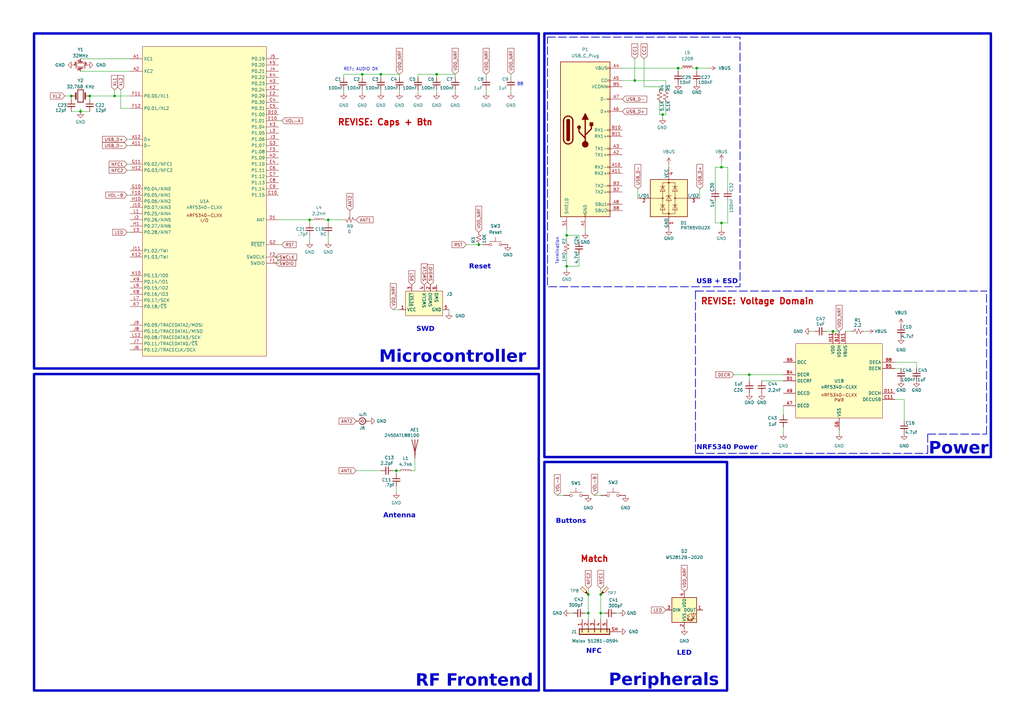
<source format=kicad_sch>
(kicad_sch (version 20250114) (generator "eeschema") (generator_version "9.0")
  (paper "A3")
  (rectangle (start 223.266 189.484) (end 298.196 283.21) (stroke (width 1)))
  (rectangle (start 223.266 13.716) (end 406.4 187.452) (stroke (width 1)))
  (rectangle (start 224.536 15.24) (end 303.53 117.602) (stroke (width 0.3) (type dash)))
  (rectangle (start 13.97 153.416) (end 220.98 283.21) (stroke (width 1)))
  (rectangle (start 13.97 13.716) (end 220.98 151.13) (stroke (width 1)))
  (text "REVISE: Caps + Btn" (at 157.988 50.292 0) (effects (font (size 2.54 2.54) (thickness 0.508) (bold yes))))
  (text "NRF5340 Power" (at 298.196 184.15 0) (effects (font (size 2 2) (thickness 0.508) (bold yes))))
  (text "SWD" (at 174.498 135.636 0) (effects (font (size 2 2) (thickness 0.508) (bold yes))))
  (text "Buttons" (at 234.188 214.376 0) (effects (font (size 2 2) (thickness 0.508) (bold yes))))
  (text "Power" (at 393.192 185.42 0) (effects (font (size 5 5) (thickness 0.508) (bold yes))))
  (text "REVISE: Voltage Domain" (at 310.642 123.698 0) (effects (font (size 2.54 2.54) (thickness 0.508) (bold yes))))
  (text "Match" (at 243.84 229.362 0) (effects (font (size 2.54 2.54) (thickness 0.508) (bold yes))))
  (text "Reset" (at 196.85 109.982 0) (effects (font (size 2 2) (thickness 0.508) (bold yes))))
  (text "USB + ESD" (at 294.132 116.078 0) (effects (font (size 2 2) (thickness 0.508) (bold yes))))
  (text "B8" (at 213.36 34.544 0) (effects (font (size 1.27 1.27))))
  (text "RF Frontend" (at 194.564 280.67 0) (effects (font (size 5 5) (thickness 0.508) (bold yes))))
  (text "Termination" (at 228.6 102.87 90) (effects (font (size 1.27 1.27))))
  (text "Peripherals" (at 272.288 280.416 0) (effects (font (size 5 5) (thickness 0.508) (bold yes))))
  (text "LED" (at 280.67 268.478 0) (effects (font (size 2 2) (thickness 0.508) (bold yes))))
  (text "Microcontroller" (at 185.674 147.828 0) (effects (font (size 5 5) (thickness 0.508) (bold yes))))
  (text "REF: AUDIO DK" (at 148.082 28.448 0) (effects (font (size 1.27 1.27))))
  (text "Antenna" (at 163.83 212.09 0) (effects (font (size 2 2) (thickness 0.508) (bold yes))))
  (text "NFC" (at 243.586 267.716 0) (effects (font (size 2 2) (thickness 0.508) (bold yes))))
  (junction (at 295.91 68.58))
  (junction (at 285.75 27.94))
  (junction (at 33.02 45.72))
  (junction (at 260.35 33.02))
  (junction (at 36.83 39.37))
  (junction (at 278.13 27.94))
  (junction (at 156.21 30.48))
  (junction (at 162.56 193.04))
  (junction (at 307.34 153.67))
  (junction (at 46.99 39.37))
  (junction (at 232.41 96.52))
  (junction (at 246.38 251.46))
  (junction (at 246.38 243.84))
  (junction (at 295.91 91.44))
  (junction (at 232.41 109.22))
  (junction (at 241.3 251.46))
  (junction (at 341.63 135.89))
  (junction (at 241.3 243.84))
  (junction (at 148.59 30.48))
  (junction (at 127 90.17))
  (junction (at 179.07 30.48))
  (junction (at 29.21 39.37))
  (junction (at 196.342 100.33))
  (junction (at 271.78 46.99))
  (junction (at 134.62 90.17))
  (no_connect (at -384.81 173.99))
  (wire (pts (xy 114.3 105.41) (xy 113.03 105.41)))
  (wire (pts (xy 298.45 68.58) (xy 298.45 77.47)))
  (wire (pts (xy 261.62 77.47) (xy 261.62 81.28)))
  (wire (pts (xy 128.27 90.17) (xy 127 90.17)))
  (wire (pts (xy 260.35 24.13) (xy 260.35 33.02)))
  (polyline (pts (xy 285.242 185.928) (xy 380.492 185.928)) (stroke (width 0.3) (type dash)))
  (wire (pts (xy 209.55 36.83) (xy 209.55 38.1)))
  (wire (pts (xy 246.38 241.3) (xy 246.38 243.84)))
  (wire (pts (xy 179.07 30.48) (xy 186.69 30.48)))
  (wire (pts (xy 232.41 93.98) (xy 232.41 96.52)))
  (wire (pts (xy 134.62 90.17) (xy 140.97 90.17)))
  (wire (pts (xy 273.05 33.02) (xy 273.05 36.83)))
  (wire (pts (xy 260.35 33.02) (xy 273.05 33.02)))
  (wire (pts (xy 375.92 151.13) (xy 375.92 148.59)))
  (wire (pts (xy 26.543 39.37) (xy 29.21 39.37)))
  (wire (pts (xy 293.37 77.47) (xy 293.37 68.58)))
  (wire (pts (xy 171.45 38.1) (xy 171.45 36.83)))
  (wire (pts (xy 285.75 27.94) (xy 290.83 27.94)))
  (wire (pts (xy 247.65 251.46) (xy 246.38 251.46)))
  (wire (pts (xy 293.37 91.44) (xy 295.91 91.44)))
  (wire (pts (xy 191.262 100.33) (xy 196.342 100.33)))
  (polyline (pts (xy 404.622 178.054) (xy 404.622 119.38)) (stroke (width 0.3) (type dash)))
  (wire (pts (xy 134.62 90.17) (xy 134.62 91.44)))
  (wire (pts (xy 209.55 30.48) (xy 209.55 31.75)))
  (wire (pts (xy 33.02 45.72) (xy 33.02 44.45)))
  (wire (pts (xy 300.99 153.67) (xy 307.34 153.67)))
  (wire (pts (xy 115.57 49.53) (xy 114.3 49.53)))
  (wire (pts (xy 199.39 31.75) (xy 199.39 30.48)))
  (wire (pts (xy 140.97 30.48) (xy 140.97 31.75)))
  (wire (pts (xy 270.51 46.99) (xy 270.51 41.91)))
  (wire (pts (xy 163.83 193.04) (xy 162.56 193.04)))
  (wire (pts (xy 162.56 201.93) (xy 162.56 199.39)))
  (wire (pts (xy 134.62 96.52) (xy 134.62 99.06)))
  (wire (pts (xy 36.83 40.64) (xy 36.83 39.37)))
  (wire (pts (xy 33.02 29.21) (xy 53.34 29.21)))
  (wire (pts (xy 237.49 109.22) (xy 232.41 109.22)))
  (wire (pts (xy 163.83 38.1) (xy 163.83 36.83)))
  (polyline (pts (xy 285.242 119.38) (xy 404.622 119.38)) (stroke (width 0.3) (type dash)))
  (wire (pts (xy 240.03 93.98) (xy 240.03 95.25)))
  (wire (pts (xy 162.56 194.31) (xy 162.56 193.04)))
  (wire (pts (xy 255.27 27.94) (xy 278.13 27.94)))
  (wire (pts (xy 271.78 46.99) (xy 270.51 46.99)))
  (wire (pts (xy 53.34 39.37) (xy 46.99 39.37)))
  (wire (pts (xy 53.34 69.85) (xy 52.07 69.85)))
  (wire (pts (xy 307.34 153.67) (xy 321.31 153.67)))
  (wire (pts (xy 162.56 193.04) (xy 161.29 193.04)))
  (wire (pts (xy 278.13 27.94) (xy 279.4 27.94)))
  (wire (pts (xy 161.29 127) (xy 163.83 127)))
  (wire (pts (xy 133.35 90.17) (xy 134.62 90.17)))
  (wire (pts (xy 355.6 135.89) (xy 354.33 135.89)))
  (wire (pts (xy 199.39 38.1) (xy 199.39 36.83)))
  (wire (pts (xy 295.91 68.58) (xy 298.45 68.58)))
  (wire (pts (xy 273.05 41.91) (xy 273.05 46.99)))
  (wire (pts (xy 49.53 44.45) (xy 53.34 44.45)))
  (wire (pts (xy 184.15 128.27) (xy 184.15 127)))
  (wire (pts (xy 53.34 59.69) (xy 52.07 59.69)))
  (wire (pts (xy 341.63 135.89) (xy 344.17 135.89)))
  (wire (pts (xy 114.3 90.17) (xy 127 90.17)))
  (wire (pts (xy 264.16 24.13) (xy 264.16 35.56)))
  (wire (pts (xy 53.34 80.01) (xy 52.07 80.01)))
  (wire (pts (xy 321.31 177.8) (xy 321.31 175.26)))
  (wire (pts (xy 233.68 251.46) (xy 234.95 251.46)))
  (wire (pts (xy 293.37 82.55) (xy 293.37 91.44)))
  (wire (pts (xy 246.38 251.46) (xy 246.38 254)))
  (wire (pts (xy 312.42 156.21) (xy 321.31 156.21)))
  (wire (pts (xy 241.3 251.46) (xy 241.3 254)))
  (wire (pts (xy 156.21 30.48) (xy 156.21 31.75)))
  (wire (pts (xy 295.91 93.98) (xy 295.91 91.44)))
  (wire (pts (xy 332.74 135.89) (xy 334.01 135.89)))
  (wire (pts (xy 293.37 68.58) (xy 295.91 68.58)))
  (wire (pts (xy 243.84 203.2) (xy 246.38 203.2)))
  (wire (pts (xy 53.34 95.25) (xy 52.07 95.25)))
  (polyline (pts (xy 380.492 185.928) (xy 380.492 178.054)) (stroke (width 0.3) (type dash)))
  (wire (pts (xy 370.84 172.72) (xy 370.84 163.83)))
  (wire (pts (xy 232.41 99.06) (xy 232.41 96.52)))
  (wire (pts (xy 367.03 148.59) (xy 375.92 148.59)))
  (wire (pts (xy 241.3 243.84) (xy 241.3 251.46)))
  (wire (pts (xy 278.13 29.21) (xy 278.13 27.94)))
  (wire (pts (xy 171.45 30.48) (xy 171.45 31.75)))
  (polyline (pts (xy 380.492 178.054) (xy 404.622 178.054)) (stroke (width 0.3) (type dash)))
  (wire (pts (xy 179.07 38.1) (xy 179.07 36.83)))
  (wire (pts (xy 270.51 35.56) (xy 270.51 36.83)))
  (wire (pts (xy 146.05 193.04) (xy 156.21 193.04)))
  (wire (pts (xy 140.97 30.48) (xy 148.59 30.48)))
  (wire (pts (xy 264.16 35.56) (xy 270.51 35.56)))
  (wire (pts (xy 237.49 96.52) (xy 232.41 96.52)))
  (wire (pts (xy 237.49 109.22) (xy 237.49 104.14)))
  (wire (pts (xy 46.99 39.37) (xy 36.83 39.37)))
  (wire (pts (xy 29.21 45.72) (xy 33.02 45.72)))
  (wire (pts (xy 115.57 100.33) (xy 114.3 100.33)))
  (wire (pts (xy 339.09 135.89) (xy 341.63 135.89)))
  (wire (pts (xy 273.05 46.99) (xy 271.78 46.99)))
  (wire (pts (xy 171.45 30.48) (xy 179.07 30.48)))
  (wire (pts (xy 246.38 243.84) (xy 246.38 251.46)))
  (wire (pts (xy 295.91 66.04) (xy 295.91 68.58)))
  (wire (pts (xy 298.45 91.44) (xy 295.91 91.44)))
  (wire (pts (xy 321.31 170.18) (xy 321.31 166.37)))
  (wire (pts (xy 228.6 203.2) (xy 231.14 203.2)))
  (wire (pts (xy 148.59 30.48) (xy 156.21 30.48)))
  (wire (pts (xy 285.75 27.94) (xy 285.75 29.21)))
  (wire (pts (xy 196.342 100.33) (xy 198.12 100.33)))
  (wire (pts (xy 271.78 48.26) (xy 271.78 46.99)))
  (wire (pts (xy 170.18 193.04) (xy 168.91 193.04)))
  (wire (pts (xy 298.45 82.55) (xy 298.45 91.44)))
  (wire (pts (xy 274.32 67.31) (xy 274.32 68.58)))
  (wire (pts (xy 170.18 187.96) (xy 170.18 193.04)))
  (wire (pts (xy 49.53 36.83) (xy 49.53 44.45)))
  (wire (pts (xy 148.59 30.48) (xy 148.59 31.75)))
  (wire (pts (xy 53.34 57.15) (xy 52.07 57.15)))
  (wire (pts (xy 307.34 153.67) (xy 307.34 156.21)))
  (wire (pts (xy 254 251.46) (xy 252.73 251.46)))
  (wire (pts (xy 53.34 67.31) (xy 52.07 67.31)))
  (wire (pts (xy 240.03 251.46) (xy 241.3 251.46)))
  (wire (pts (xy 156.21 30.48) (xy 163.83 30.48)))
  (wire (pts (xy 232.41 104.14) (xy 232.41 109.22)))
  (wire (pts (xy 114.3 107.95) (xy 113.03 107.95)))
  (wire (pts (xy 287.02 77.47) (xy 287.02 81.28)))
  (wire (pts (xy 284.48 27.94) (xy 285.75 27.94)))
  (wire (pts (xy 156.21 38.1) (xy 156.21 36.83)))
  (wire (pts (xy 349.25 135.89) (xy 346.71 135.89)))
  (polyline (pts (xy 285.242 119.38) (xy 285.242 185.928)) (stroke (width 0.3) (type dash)))
  (wire (pts (xy 186.69 38.1) (xy 186.69 36.83)))
  (wire (pts (xy 237.49 99.06) (xy 237.49 96.52)))
  (wire (pts (xy 127 99.06) (xy 127 96.52)))
  (wire (pts (xy 241.3 241.3) (xy 241.3 243.84)))
  (wire (pts (xy 46.99 36.83) (xy 46.99 39.37)))
  (wire (pts (xy 127 91.44) (xy 127 90.17)))
  (wire (pts (xy 33.02 45.72) (xy 36.83 45.72)))
  (wire (pts (xy 29.21 40.64) (xy 29.21 39.37)))
  (wire (pts (xy 33.02 24.13) (xy 53.34 24.13)))
  (wire (pts (xy 344.17 177.8) (xy 344.17 176.53)))
  (wire (pts (xy 186.69 30.48) (xy 186.69 31.75)))
  (wire (pts (xy 232.41 110.49) (xy 232.41 109.22)))
  (wire (pts (xy 255.27 33.02) (xy 260.35 33.02)))
  (wire (pts (xy 179.07 30.48) (xy 179.07 31.75)))
  (wire (pts (xy 148.59 38.1) (xy 148.59 36.83)))
  (wire (pts (xy 370.84 163.83) (xy 367.03 163.83)))
  (wire (pts (xy 163.83 30.48) (xy 163.83 31.75)))
  (wire (pts (xy 140.97 36.83) (xy 140.97 38.1)))
  (wire (pts (xy 367.03 151.13) (xy 369.57 151.13)))
  (global_label "VDD_NRF" (shape input) (at 163.83 30.48 90) (property "Intersheetrefs" "${INTERSHEET_REFS}" (effects (hide yes))))
  (global_label "VDD_NRF" (shape input) (at 209.55 30.48 90) (property "Intersheetrefs" "${INTERSHEET_REFS}" (effects (hide yes))))
  (global_label "VDD_NRF" (shape input) (at 344.17 135.89 90) (property "Intersheetrefs" "${INTERSHEET_REFS}" (effects (hide yes))))
  (global_label "VDD_NRF" (shape input) (at 199.39 30.48 90) (property "Intersheetrefs" "${INTERSHEET_REFS}" (effects (hide yes))))
  (global_label "SWCLK" (shape input) (at 173.99 116.84 90) (property "Intersheetrefs" "${INTERSHEET_REFS}" (effects (hide yes))))
  (global_label "USB_D-" (shape input) (at 261.62 77.47 90) (property "Intersheetrefs" "${INTERSHEET_REFS}" (effects (hide yes))))
  (global_label "VDD_NRF" (shape input) (at 280.67 242.57 90) (property "Intersheetrefs" "${INTERSHEET_REFS}" (effects (hide yes))))
  (global_label "VDD_NRF" (shape input) (at 161.29 127 90) (property "Intersheetrefs" "${INTERSHEET_REFS}" (effects (hide yes))))
  (global_label "USB_D+" (shape input) (at 52.07 57.15 180) (property "Intersheetrefs" "${INTERSHEET_REFS}" (effects (hide yes))))
  (global_label "VOL-B" (shape input) (at 243.84 203.2 90) (property "Intersheetrefs" "${INTERSHEET_REFS}" (effects (hide yes))))
  (global_label "NFC1" (shape input) (at 52.07 67.31 180) (property "Intersheetrefs" "${INTERSHEET_REFS}" (effects (hide yes))))
  (global_label "SWDIO" (shape input) (at 176.53 116.84 90) (property "Intersheetrefs" "${INTERSHEET_REFS}" (effects (hide yes))))
  (global_label "RST" (shape input) (at 168.91 116.84 90) (property "Intersheetrefs" "${INTERSHEET_REFS}" (effects (hide yes))))
  (global_label "ANT1" (shape input) (at 146.05 90.17 0) (property "Intersheetrefs" "${INTERSHEET_REFS}" (effects (hide yes))))
  (global_label "CC1" (shape input) (at 260.35 24.13 90) (property "Intersheetrefs" "${INTERSHEET_REFS}" (effects (hide yes))))
  (global_label "VOL-B" (shape input) (at 52.07 80.01 180) (property "Intersheetrefs" "${INTERSHEET_REFS}" (effects (hide yes))))
  (global_label "ANT1" (shape input) (at 146.05 193.04 180) (property "Intersheetrefs" "${INTERSHEET_REFS}" (effects (hide yes))))
  (global_label "XL2" (shape input) (at 49.53 36.83 90) (property "Intersheetrefs" "${INTERSHEET_REFS}" (effects (hide yes))))
  (global_label "LED" (shape input) (at 273.05 250.19 180) (property "Intersheetrefs" "${INTERSHEET_REFS}" (effects (hide yes))))
  (global_label "XL2" (shape input) (at 26.543 39.37 180) (property "Intersheetrefs" "${INTERSHEET_REFS}" (effects (hide yes))))
  (global_label "RST" (shape input) (at 115.57 100.33 0) (property "Intersheetrefs" "${INTERSHEET_REFS}" (effects (hide yes))))
  (global_label "SWCLK" (shape input) (at 113.03 105.41 0) (property "Intersheetrefs" "${INTERSHEET_REFS}" (effects (hide yes))))
  (global_label "VOL-A" (shape input) (at 228.6 203.2 90) (property "Intersheetrefs" "${INTERSHEET_REFS}" (effects (hide yes))))
  (global_label "CC2" (shape input) (at 264.16 24.13 90) (property "Intersheetrefs" "${INTERSHEET_REFS}" (effects (hide yes))))
  (global_label "NFC1" (shape input) (at 246.38 241.3 90) (property "Intersheetrefs" "${INTERSHEET_REFS}" (effects (hide yes))))
  (global_label "VDD_NRF" (shape input) (at 196.342 95.25 90) (property "Intersheetrefs" "${INTERSHEET_REFS}" (effects (hide yes))))
  (global_label "USB_D-" (shape input) (at 255.27 40.64 0) (property "Intersheetrefs" "${INTERSHEET_REFS}" (effects (hide yes))))
  (global_label "USB_D+" (shape input) (at 255.27 45.72 0) (property "Intersheetrefs" "${INTERSHEET_REFS}" (effects (hide yes))))
  (global_label "NFC2" (shape input) (at 241.3 241.3 90) (property "Intersheetrefs" "${INTERSHEET_REFS}" (effects (hide yes))))
  (global_label "RST" (shape input) (at 191.262 100.33 180) (property "Intersheetrefs" "${INTERSHEET_REFS}" (effects (hide yes))))
  (global_label "VDD_NRF" (shape input) (at 186.69 30.48 90) (property "Intersheetrefs" "${INTERSHEET_REFS}" (effects (hide yes))))
  (global_label "XL1" (shape input) (at 46.99 36.83 90) (property "Intersheetrefs" "${INTERSHEET_REFS}" (effects (hide yes))))
  (global_label "NFC2" (shape input) (at 52.07 69.85 180) (property "Intersheetrefs" "${INTERSHEET_REFS}" (effects (hide yes))))
  (global_label "SWDIO" (shape input) (at 113.03 107.95 0) (property "Intersheetrefs" "${INTERSHEET_REFS}" (effects (hide yes))))
  (global_label "VOL-A" (shape input) (at 115.57 49.53 0) (property "Intersheetrefs" "${INTERSHEET_REFS}" (effects (hide yes))))
  (global_label "USB_D-" (shape input) (at 52.07 59.69 180) (property "Intersheetrefs" "${INTERSHEET_REFS}" (effects (hide yes))))
  (global_label "LED" (shape input) (at 52.07 95.25 180) (property "Intersheetrefs" "${INTERSHEET_REFS}" (effects (hide yes))))
  (global_label "USB_D+" (shape input) (at 287.02 77.47 90) (property "Intersheetrefs" "${INTERSHEET_REFS}" (effects (hide yes))))
  (global_label "DECR" (shape input) (at 300.99 153.67 180) (property "Intersheetrefs" "${INTERSHEET_REFS}" (effects (hide yes))))
  (global_label "ANT2" (shape input) (at 146.05 172.72 180) (property "Intersheetrefs" "${INTERSHEET_REFS}" (effects (hide yes))))
  (global_label "ANT2" (shape input) (at 143.51 86.36 90) (property "Intersheetrefs" "${INTERSHEET_REFS}" (effects (hide yes))))
  (symbol (lib_id "Device:C_Small") (at 370.84 175.26 0) (unit 1)
    (property "Reference" "C16" (at 371.348 173.482 0) (effects (justify left)))
    (property "Value" "4.7uf" (at 371.094 177.292 0) (effects (justify left)))
    (property "Footprint" "Capacitor_SMD:C_0201_0603Metric" (effects (hide yes)))
    (property "Description" "Unpolarized capacitor, small symbol" (effects (hide yes)))
  )
  (symbol (lib_id "Device:C_Small") (at 307.34 158.75 180) (unit 1)
    (property "Reference" "C20" (at 304.8 160.0138 0) (effects (justify left)))
    (property "Value" "1uF" (at 304.8 157.4738 0) (effects (justify left)))
    (property "Footprint" "Capacitor_SMD:C_0402_1005Metric" (effects (hide yes)))
    (property "Description" "Unpolarized capacitor, small symbol" (effects (hide yes)))
  )
  (symbol (lib_id "Device:C_Small") (at 369.57 135.89 0) (unit 1)
    (property "Reference" "C10" (at 370.078 134.112 0) (effects (justify left)))
    (property "Value" "4.7uf" (at 369.57 137.922 0) (effects (justify left)))
    (property "Footprint" "Capacitor_SMD:C_0201_0603Metric" (effects (hide yes)))
    (property "Description" "Unpolarized capacitor, small symbol" (effects (hide yes)))
  )
  (symbol (lib_id "power:GND") (at 209.55 38.1 0) (unit 1)
    (property "Reference" "#PWR09" (effects (hide yes)))
    (property "Value" "GND" (at 209.55 43.18 0))
    (property "Description" "Power symbol creates a global label with name \"GND\" , ground" (effects (hide yes)))
  )
  (symbol (lib_id "power:GND") (at 156.21 38.1 0) (unit 1)
    (property "Reference" "#PWR03" (effects (hide yes)))
    (property "Value" "GND" (at 156.21 43.18 0))
    (property "Description" "Power symbol creates a global label with name \"GND\" , ground" (effects (hide yes)))
  )
  (symbol (lib_id "Device:C_Small") (at 336.55 135.89 90) (unit 1)
    (property "Reference" "C47" (at 336.55 130.81 90))
    (property "Value" "1uF" (at 336.55 132.842 90))
    (property "Footprint" "Capacitor_SMD:C_0402_1005Metric" (effects (hide yes)))
    (property "Description" "Unpolarized capacitor, small symbol" (effects (hide yes)))
  )
  (symbol (lib_id "Device:Crystal_GND24_Small") (at 33.02 26.67 270) (unit 1)
    (property "Reference" "Y1" (at 33.02 20.32 90))
    (property "Value" "32MHz" (at 33.02 22.86 90))
    (property "Footprint" "Crystal:Crystal_SMD_2016-4Pin_2.0x1.6mm" (effects (hide yes)))
    (property "Description" "Four pin crystal, GND on pins 2 and 4, small symbol" (effects (hide yes)))
  )
  (symbol (lib_id "power:GND") (at 33.02 45.72 0) (mirror y) (unit 1)
    (property "Reference" "#PWR020" (effects (hide yes)))
    (property "Value" "GND" (at 33.02 50.038 0))
  )
  (symbol (lib_id "power:GND") (at 163.83 38.1 0) (unit 1)
    (property "Reference" "#PWR04" (effects (hide yes)))
    (property "Value" "GND" (at 163.83 43.18 0))
    (property "Description" "Power symbol creates a global label with name \"GND\" , ground" (effects (hide yes)))
  )
  (symbol (lib_id "power:GND") (at 369.57 138.43 0) (unit 1)
    (property "Reference" "#PWR014" (effects (hide yes)))
    (property "Value" "GND" (at 369.57 143.51 0))
    (property "Description" "Power symbol creates a global label with name \"GND\" , ground" (effects (hide yes)))
  )
  (symbol (lib_id "power:GND") (at 254 259.08 90) (unit 1)
    (property "Reference" "#PWR039" (effects (hide yes)))
    (property "Value" "GND" (at 257.81 259.0799 90) (effects (justify right)))
    (property "Description" "Power symbol creates a global label with name \"GND\" , ground" (effects (hide yes)))
  )
  (symbol (lib_id "Device:C_Small") (at 209.55 34.29 180) (unit 1)
    (property "Reference" "C9" (at 207.264 32.512 0))
    (property "Value" "1uF" (at 206.248 36.068 0))
    (property "Footprint" "Capacitor_SMD:C_0402_1005Metric" (effects (hide yes)))
    (property "Description" "Unpolarized capacitor, small symbol" (effects (hide yes)))
  )
  (symbol (lib_id "power:GND") (at 307.34 161.29 0) (unit 1)
    (property "Reference" "#PWR017" (effects (hide yes)))
    (property "Value" "GND" (at 307.34 165.1 0))
    (property "Description" "Power symbol creates a global label with name \"GND\" , ground" (effects (hide yes)))
  )
  (symbol (lib_id "Connector:USB_C_Plug") (at 240.03 53.34 0) (unit 1)
    (property "Reference" "P1" (at 240.03 20.32 0))
    (property "Value" "USB_C_Plug" (at 240.03 22.86 0))
    (property "Footprint" "Capacitor_SMD:C_0201_0603Metric" (effects (hide yes)))
    (property "Datasheet" "https://www.usb.org/sites/default/files/documents/usb_type-c.zip" (effects (hide yes)))
    (property "Description" "USB Type-C Plug connector" (effects (hide yes)))
  )
  (symbol (lib_id "power:GND") (at 186.69 38.1 0) (unit 1)
    (property "Reference" "#PWR07" (effects (hide yes)))
    (property "Value" "GND" (at 186.69 43.18 0))
    (property "Description" "Power symbol creates a global label with name \"GND\" , ground" (effects (hide yes)))
  )
  (symbol (lib_id "Switch:SW_Push") (at 203.2 100.33 0) (unit 1)
    (property "Reference" "SW3" (at 203.2 92.71 0))
    (property "Value" "Reset" (at 203.2 95.25 0))
    (property "Footprint" "Button_Switch_SMD:SW_SPST_B3U-1000P" (effects (hide yes)))
  )
  (symbol (lib_id "power:GND") (at 232.41 110.49 0) (unit 1)
    (property "Reference" "#PWR023" (effects (hide yes)))
    (property "Value" "GND" (at 232.41 114.554 0))
    (property "Description" "Power symbol creates a global label with name \"GND\" , ground" (effects (hide yes)))
  )
  (symbol (lib_id "power:GND") (at 274.32 93.98 0) (unit 1)
    (property "Reference" "#PWR036" (effects (hide yes)))
    (property "Value" "GND" (at 274.32 97.79 0))
    (property "Description" "Power symbol creates a global label with name \"GND\" , ground" (effects (hide yes)))
  )
  (symbol (lib_id "Device:C_Small") (at 250.19 251.46 270) (unit 1)
    (property "Reference" "C41" (at 249.682 246.126 90) (effects (justify left)))
    (property "Value" "300pF" (at 249.428 248.412 90) (effects (justify left)))
    (property "Footprint" "Capacitor_SMD:C_0201_0603Metric" (effects (hide yes)))
    (property "Description" "Unpolarized capacitor, small symbol" (effects (hide yes)))
  )
  (symbol (lib_id "Device:C_Small") (at 179.07 34.29 180) (unit 1)
    (property "Reference" "C6" (at 176.784 32.512 0))
    (property "Value" "100nF" (at 175.768 36.068 0))
    (property "Footprint" "Capacitor_SMD:C_0201_0603Metric" (effects (hide yes)))
    (property "Description" "Unpolarized capacitor, small symbol" (effects (hide yes)))
  )
  (symbol (lib_id "Connector:TestPoint_Probe") (at 241.3 243.84 0) (mirror y) (unit 1)
    (property "Reference" "TP8" (at 237.49 242.316 0) (effects (justify left)))
    (property "Value" "TestPoint_Probe" (effects (hide yes)))
    (property "Footprint" "TestPoint:TestPoint_Pad_D1.0mm" (effects (hide yes)))
    (property "Description" "test point (alternative probe-style design)" (effects (hide yes)))
  )
  (symbol (lib_id "Device:L_Small") (at 130.81 90.17 270) (mirror x) (unit 1)
    (property "Reference" "L4" (at 130.81 85.09 90))
    (property "Value" "2.2nH" (at 130.81 87.63 90))
    (property "Footprint" "Inductor_SMD:L_0201_0603Metric" (effects (hide yes)))
    (property "Description" "Inductor, small symbol" (effects (hide yes)))
  )
  (symbol (lib_id "Device:C_Small") (at 369.57 153.67 0) (unit 1)
    (property "Reference" "C46" (at 370.078 151.892 0) (effects (justify left)))
    (property "Value" "100nF" (at 369.57 155.702 0) (effects (justify left)))
    (property "Footprint" "Capacitor_SMD:C_0201_0603Metric" (effects (hide yes)))
    (property "Description" "Unpolarized capacitor, small symbol" (effects (hide yes)))
  )
  (symbol (lib_id "Device:R_Small_US") (at 270.51 39.37 0) (unit 1)
    (property "Reference" "R4" (at 271.526 36.068 90))
    (property "Value" "5.1K" (at 271.526 43.434 90))
    (property "Footprint" "Resistor_SMD:R_0201_0603Metric" (effects (hide yes)))
    (property "Description" "Resistor, small US symbol" (effects (hide yes)))
  )
  (symbol (lib_id "Device:R_Small_US") (at 351.79 135.89 90) (unit 1)
    (property "Reference" "R1" (at 351.79 131.318 90))
    (property "Value" "2.2" (at 351.79 133.35 90))
    (property "Footprint" "Resistor_SMD:R_0201_0603Metric" (effects (hide yes)))
    (property "Description" "Resistor, small US symbol" (effects (hide yes)))
  )
  (symbol (lib_id "Device:L_Ferrite_Small") (at 281.94 27.94 90) (unit 1)
    (property "Reference" "L5" (at 281.94 21.59 90))
    (property "Value" "120R" (at 281.94 24.13 90))
    (property "Footprint" "Inductor_SMD:L_0402_1005Metric" (effects (hide yes)))
    (property "Description" "Inductor with ferrite core, small symbol" (effects (hide yes)))
  )
  (symbol (lib_id "power:GND") (at 254 251.46 90) (unit 1)
    (property "Reference" "#PWR063" (effects (hide yes)))
    (property "Value" "GND" (at 259.08 251.46 90))
    (property "Description" "Power symbol creates a global label with name \"GND\" , ground" (effects (hide yes)))
  )
  (symbol (lib_id "Device:C_Small") (at 29.21 43.18 0) (mirror y) (unit 1)
    (property "Reference" "C23" (at 27.432 43.18 0) (effects (justify left)))
    (property "Value" "12pf" (at 27.178 45.212 0) (effects (justify left)))
    (property "Footprint" "Resistor_SMD:R_0201_0603Metric" (effects (hide yes)))
  )
  (symbol (lib_id "Device:C_Small") (at 321.31 172.72 0) (mirror y) (unit 1)
    (property "Reference" "C43" (at 318.77 171.4562 0) (effects (justify left)))
    (property "Value" "1uF" (at 318.77 173.9962 0) (effects (justify left)))
    (property "Footprint" "Capacitor_SMD:C_0402_1005Metric" (effects (hide yes)))
    (property "Description" "Unpolarized capacitor, small symbol" (effects (hide yes)))
  )
  (symbol (lib_id "power:GND") (at 344.17 177.8 0) (unit 1)
    (property "Reference" "#PWR070" (effects (hide yes)))
    (property "Value" "GND" (at 344.17 182.88 0))
    (property "Description" "Power symbol creates a global label with name \"GND\" , ground" (effects (hide yes)))
  )
  (symbol (lib_id "Device:R_Small_US") (at 273.05 39.37 0) (unit 1)
    (property "Reference" "R5" (at 274.066 36.068 90))
    (property "Value" "5.1K" (at 274.066 43.434 90))
    (property "Footprint" "Resistor_SMD:R_0201_0603Metric" (effects (hide yes)))
    (property "Description" "Resistor, small US symbol" (effects (hide yes)))
  )
  (symbol (lib_id "power:GND") (at 148.59 38.1 0) (unit 1)
    (property "Reference" "#PWR02" (effects (hide yes)))
    (property "Value" "GND" (at 148.59 43.18 0))
    (property "Description" "Power symbol creates a global label with name \"GND\" , ground" (effects (hide yes)))
  )
  (symbol (lib_id "power:GND") (at 162.56 201.93 0) (mirror y) (unit 1)
    (property "Reference" "#PWR065" (effects (hide yes)))
    (property "Value" "GND" (at 162.56 206.248 0))
    (property "Description" "Power symbol creates a global label with name \"GND\" , ground" (effects (hide yes)))
  )
  (symbol (lib_id "nordic-lib-kicad-nrf53:nRF5340-CLXX") (at 83.82 82.55 0) (unit 1)
    (property "Reference" "U1" (at 83.82 82.55 0))
    (property "Value" "nRF5340-CLXX" (at 83.82 85.09 0))
    (property "Footprint" "LyndLabs:NRF5340-4x4" (effects (hide yes)))
    (property "Datasheet" "https://docs-be.nordicsemi.com/bundle/ps_nrf5340/attach/nRF5340_PS_v1.5.pdf" (effects (hide yes)))
  )
  (symbol (lib_id "Connector:Conn_Coaxial_Small") (at 148.59 172.72 0) (unit 1)
    (property "Reference" "J6" (at 148.59 175.514 0))
    (property "Value" "u.fl" (at 148.844 169.926 0))
    (property "Footprint" "Connector_Coaxial:U.FL_Molex_MCRF_73412-0110_Vertical" (effects (hide yes)))
    (property "Description" "small coaxial connector (BNC, SMA, SMB, SMC, Cinch/RCA, LEMO, ...)" (effects (hide yes)))
  )
  (symbol (lib_id "Switch:SW_Push") (at 236.22 203.2 0) (unit 1)
    (property "Reference" "SW1" (at 236.22 198.12 0))
    (property "Value" "SW_Push" (effects (hide yes)))
    (property "Footprint" "Button_Switch_SMD:SW_SPST_EVQP7A" (effects (hide yes)))
    (property "Description" "Push button switch, generic, two pins" (effects (hide yes)))
  )
  (symbol (lib_id "Device:C_Small") (at 140.97 34.29 180) (unit 1)
    (property "Reference" "C1" (at 138.684 32.512 0))
    (property "Value" "100nF" (at 137.668 36.068 0))
    (property "Footprint" "Capacitor_SMD:C_0201_0603Metric" (effects (hide yes)))
    (property "Description" "Unpolarized capacitor, small symbol" (effects (hide yes)))
  )
  (symbol (lib_id "Device:C_Small") (at 186.69 34.29 180) (unit 1)
    (property "Reference" "C7" (at 184.404 32.512 0))
    (property "Value" "100nF" (at 183.388 36.068 0))
    (property "Footprint" "Capacitor_SMD:C_0201_0603Metric" (effects (hide yes)))
    (property "Description" "Unpolarized capacitor, small symbol" (effects (hide yes)))
  )
  (symbol (lib_id "power:GND") (at 280.67 257.81 0) (unit 1)
    (property "Reference" "#PWR075" (effects (hide yes)))
    (property "Value" "GND" (at 280.67 262.89 0))
    (property "Description" "Power symbol creates a global label with name \"GND\" , ground" (effects (hide yes)))
  )
  (symbol (lib_id "Connector:TestPoint_Probe") (at 246.38 243.84 270) (mirror x) (unit 1)
    (property "Reference" "TP7" (at 249.174 243.332 90) (effects (justify left)))
    (property "Value" "TestPoint_Probe" (effects (hide yes)))
    (property "Footprint" "TestPoint:TestPoint_Pad_D1.0mm" (effects (hide yes)))
    (property "Description" "test point (alternative probe-style design)" (effects (hide yes)))
  )
  (symbol (lib_id "power:GND") (at 35.56 26.67 90) (unit 1)
    (property "Reference" "#PWR010" (effects (hide yes)))
    (property "Value" "GND" (at 39.37 26.6699 90) (effects (justify right)))
    (property "Description" "Power symbol creates a global label with name \"GND\" , ground" (effects (hide yes)))
  )
  (symbol (lib_id "Device:C_Small") (at 285.75 31.75 0) (unit 1)
    (property "Reference" "C27" (at 287.528 31.75 0) (effects (justify left)))
    (property "Value" "100nF" (at 286.258 33.782 0) (effects (justify left)))
    (property "Footprint" "Capacitor_SMD:C_0402_1005Metric" (effects (hide yes)))
    (property "Description" "Unpolarized capacitor, small symbol" (effects (hide yes)))
  )
  (symbol (lib_id "power:GND") (at 375.92 156.21 0) (unit 1)
    (property "Reference" "#PWR074" (effects (hide yes)))
    (property "Value" "GND" (at 375.92 160.02 0))
    (property "Description" "Power symbol creates a global label with name \"GND\" , ground" (effects (hide yes)))
  )
  (symbol (lib_id "Connector:Conn_ARM_SWD_TagConnect_TC2030-NL") (at 173.99 124.46 90) (unit 1) (in_bom no)
    (property "Reference" "J3" (at 183.134 120.65 90) (effects (justify right)))
    (property "Value" "SWD" (effects (hide yes)))
    (property "Footprint" "Connector:Tag-Connect_TC2030-IDC-NL_2x03_P1.27mm_Vertical" (effects (hide yes)))
    (property "Datasheet" "https://www.tag-connect.com/wp-content/uploads/bsk-pdf-manager/TC2030-CTX_1.pdf" (effects (hide yes)))
    (property "Description" "Tag-Connect ARM Cortex SWD JTAG connector, 6 pin, no legs" (effects (hide yes)))
  )
  (symbol (lib_id "power:GND") (at 285.75 34.29 0) (unit 1)
    (property "Reference" "#PWR034" (effects (hide yes)))
    (property "Value" "GND" (at 285.75 37.846 0))
    (property "Description" "Power symbol creates a global label with name \"GND\" , ground" (effects (hide yes)))
  )
  (symbol (lib_id "Device:C_Small") (at 237.49 251.46 270) (mirror x) (unit 1)
    (property "Reference" "C42" (at 235.458 245.872 90) (effects (justify left)))
    (property "Value" "300pF" (at 233.172 248.158 90) (effects (justify left)))
    (property "Footprint" "Capacitor_SMD:C_0201_0603Metric" (effects (hide yes)))
    (property "Description" "Unpolarized capacitor, small symbol" (effects (hide yes)))
  )
  (symbol (lib_id "power:GND") (at 332.74 135.89 270) (unit 1)
    (property "Reference" "#PWR073" (effects (hide yes)))
    (property "Value" "GND" (at 329.438 135.89 90) (effects (justify right)))
    (property "Description" "Power symbol creates a global label with name \"GND\" , ground" (effects (hide yes)))
  )
  (symbol (lib_id "power:GND") (at 241.3 203.2 0) (unit 1)
    (property "Reference" "#PWR021" (effects (hide yes)))
    (property "Value" "GND" (at 241.3 208.28 0))
    (property "Description" "Power symbol creates a global label with name \"GND\" , ground" (effects (hide yes)))
  )
  (symbol (lib_id "Device:L_Small") (at 166.37 193.04 270) (mirror x) (unit 1)
    (property "Reference" "L1" (at 166.37 187.96 90))
    (property "Value" "4.7nh" (at 166.37 190.5 90))
    (property "Footprint" "Inductor_SMD:L_0201_0603Metric" (effects (hide yes)))
    (property "Description" "Inductor, small symbol" (effects (hide yes)))
  )
  (symbol (lib_id "Device:C_Small") (at 199.39 34.29 180) (unit 1)
    (property "Reference" "C8" (at 197.104 32.512 0))
    (property "Value" "1uF" (at 196.088 36.068 0))
    (property "Footprint" "Capacitor_SMD:C_0402_1005Metric" (effects (hide yes)))
    (property "Description" "Unpolarized capacitor, small symbol" (effects (hide yes)))
  )
  (symbol (lib_id "power:VBUS") (at 295.91 66.04 0) (mirror y) (unit 1)
    (property "Reference" "#PWR076" (effects (hide yes)))
    (property "Value" "VBUS" (at 295.91 62.23 0))
    (property "Description" "Power symbol creates a global label with name \"VBUS\"" (effects (hide yes)))
  )
  (symbol (lib_id "Device:C_Small") (at 312.42 158.75 0) (unit 1)
    (property "Reference" "C44" (at 314.96 157.4862 0) (effects (justify left)))
    (property "Value" "2.2nF" (at 314.96 160.0262 0) (effects (justify left)))
    (property "Footprint" "Capacitor_SMD:C_0201_0603Metric" (effects (hide yes)))
    (property "Description" "Unpolarized capacitor, small symbol" (effects (hide yes)))
  )
  (symbol (lib_id "Device:C_Small") (at 293.37 80.01 0) (mirror y) (unit 1)
    (property "Reference" "C30" (at 292.1 78.74 90) (effects (justify left)))
    (property "Value" "1uF" (at 292.1 85.09 90) (effects (justify left)))
    (property "Footprint" "Capacitor_SMD:C_0402_1005Metric" (effects (hide yes)))
    (property "Description" "Unpolarized capacitor, small symbol" (effects (hide yes)))
  )
  (symbol (lib_id "power:VBUS") (at 290.83 27.94 270) (unit 1)
    (property "Reference" "#PWR037" (effects (hide yes)))
    (property "Value" "VBUS" (at 294.64 27.9399 90) (effects (justify left)))
    (property "Description" "Power symbol creates a global label with name \"VBUS\"" (effects (hide yes)))
  )
  (symbol (lib_id "power:GND") (at 271.78 48.26 0) (unit 1)
    (property "Reference" "#PWR030" (effects (hide yes)))
    (property "Value" "GND" (at 273.558 52.324 0) (effects (justify right)))
    (property "Description" "Power symbol creates a global label with name \"GND\" , ground" (effects (hide yes)))
  )
  (symbol (lib_id "Switch:SW_Push") (at 251.46 203.2 0) (unit 1)
    (property "Reference" "SW2" (at 251.46 197.866 0))
    (property "Value" "SW_Push" (effects (hide yes)))
    (property "Footprint" "Button_Switch_SMD:SW_SPST_EVQP7A" (effects (hide yes)))
    (property "Description" "Push button switch, generic, two pins" (effects (hide yes)))
  )
  (symbol (lib_id "power:GND") (at 369.57 156.21 0) (unit 1)
    (property "Reference" "#PWR072" (effects (hide yes)))
    (property "Value" "GND" (at 369.57 160.02 0))
    (property "Description" "Power symbol creates a global label with name \"GND\" , ground" (effects (hide yes)))
  )
  (symbol (lib_id "Device:C_Small") (at 278.13 31.75 0) (unit 1)
    (property "Reference" "C25" (at 279.654 31.75 0) (effects (justify left)))
    (property "Value" "10nF" (at 278.638 33.782 0) (effects (justify left)))
    (property "Footprint" "Capacitor_SMD:C_0402_1005Metric" (effects (hide yes)))
    (property "Description" "Unpolarized capacitor, small symbol" (effects (hide yes)))
  )
  (symbol (lib_id "Device:C_Small") (at 36.83 43.18 0) (mirror y) (unit 1)
    (property "Reference" "C22" (at 42.926 43.18 0) (effects (justify left)))
    (property "Value" "12pf" (at 43.561 45.212 0) (effects (justify left)))
    (property "Footprint" "Resistor_SMD:R_0201_0603Metric" (effects (hide yes)))
  )
  (symbol (lib_id "power:GND") (at 151.13 172.72 90) (unit 1)
    (property "Reference" "#PWR067" (effects (hide yes)))
    (property "Value" "GND" (at 156.464 172.72 90))
    (property "Description" "Power symbol creates a global label with name \"GND\" , ground" (effects (hide yes)))
  )
  (symbol (lib_id "Device:C_Small") (at 171.45 34.29 180) (unit 1)
    (property "Reference" "C5" (at 169.164 32.512 0))
    (property "Value" "100nF" (at 168.148 36.068 0))
    (property "Footprint" "Capacitor_SMD:C_0201_0603Metric" (effects (hide yes)))
    (property "Description" "Unpolarized capacitor, small symbol" (effects (hide yes)))
  )
  (symbol (lib_id "power:GND") (at 171.45 38.1 0) (unit 1)
    (property "Reference" "#PWR05" (effects (hide yes)))
    (property "Value" "GND" (at 171.45 43.18 0))
    (property "Description" "Power symbol creates a global label with name \"GND\" , ground" (effects (hide yes)))
  )
  (symbol (lib_id "power:GND") (at 140.97 38.1 0) (unit 1)
    (property "Reference" "#PWR01" (effects (hide yes)))
    (property "Value" "GND" (at 140.97 43.18 0))
    (property "Description" "Power symbol creates a global label with name \"GND\" , ground" (effects (hide yes)))
  )
  (symbol (lib_id "power:GND") (at 208.28 100.33 0) (unit 1)
    (property "Reference" "#PWR028" (effects (hide yes)))
    (property "Value" "GND" (at 208.28 104.521 0))
  )
  (symbol (lib_id "Device:C_Small") (at 158.75 193.04 270) (mirror x) (unit 1)
    (property "Reference" "C13" (at 157.734 187.706 90) (effects (justify left)))
    (property "Value" "2.2pF" (at 155.956 189.992 90) (effects (justify left)))
    (property "Footprint" "Capacitor_SMD:C_0201_0603Metric" (effects (hide yes)))
    (property "Description" "Unpolarized capacitor, small symbol" (effects (hide yes)))
  )
  (symbol (lib_id "power:GND") (at 321.31 177.8 0) (unit 1)
    (property "Reference" "#PWR069" (effects (hide yes)))
    (property "Value" "GND" (at 321.31 182.88 0))
    (property "Description" "Power symbol creates a global label with name \"GND\" , ground" (effects (hide yes)))
  )
  (symbol (lib_id "power:GND") (at 312.42 161.29 0) (unit 1)
    (property "Reference" "#PWR071" (effects (hide yes)))
    (property "Value" "GND" (at 312.42 165.1 0))
    (property "Description" "Power symbol creates a global label with name \"GND\" , ground" (effects (hide yes)))
  )
  (symbol (lib_id "Device:C_Small") (at 162.56 196.85 0) (mirror y) (unit 1)
    (property "Reference" "C11" (at 160.528 196.85 0) (effects (justify left)))
    (property "Value" ".7pF" (at 162.052 198.882 0) (effects (justify left)))
    (property "Footprint" "Capacitor_SMD:C_0201_0603Metric" (effects (hide yes)))
    (property "Description" "Unpolarized capacitor, small symbol" (effects (hide yes)))
  )
  (symbol (lib_id "Device:Crystal") (at 33.02 39.37 0) (mirror y) (unit 1)
    (property "Reference" "Y2" (at 33.02 33.02 0))
    (property "Value" "32.768 KHz" (at 33.02 35.56 0))
    (property "Footprint" "Crystal:Crystal_SMD_TXC_9HT11-2Pin_2.0x1.2mm" (effects (hide yes)))
  )
  (symbol (lib_id "Device:C_Small") (at 156.21 34.29 180) (unit 1)
    (property "Reference" "C3" (at 153.924 32.512 0))
    (property "Value" "100nF" (at 152.908 36.068 0))
    (property "Footprint" "Capacitor_SMD:C_0201_0603Metric" (effects (hide yes)))
    (property "Description" "Unpolarized capacitor, small symbol" (effects (hide yes)))
  )
  (symbol (lib_id "power:VBUS") (at 274.32 67.31 0) (mirror y) (unit 1)
    (property "Reference" "#PWR035" (effects (hide yes)))
    (property "Value" "VBUS" (at 274.32 62.23 0))
    (property "Description" "Power symbol creates a global label with name \"VBUS\"" (effects (hide yes)))
  )
  (symbol (lib_id "Device:Antenna") (at 170.18 182.88 0) (unit 1)
    (property "Reference" "AE1" (at 168.275 176.276 0) (effects (justify left)))
    (property "Value" "2450AT18B100" (at 157.607 178.562 0) (effects (justify left)))
    (property "Footprint" "LyndLabs:2450AT18B100" (effects (hide yes)))
    (property "Description" "Antenna" (effects (hide yes)))
  )
  (symbol (lib_id "power:GND") (at 278.13 34.29 0) (unit 1)
    (property "Reference" "#PWR031" (effects (hide yes)))
    (property "Value" "GND" (at 278.13 37.846 0))
    (property "Description" "Power symbol creates a global label with name \"GND\" , ground" (effects (hide yes)))
  )
  (symbol (lib_id "Device:C_Small") (at 127 93.98 0) (mirror y) (unit 1)
    (property "Reference" "C21" (at 125.222 93.98 0) (effects (justify left)))
    (property "Value" ".7pF" (at 126.492 96.012 0) (effects (justify left)))
    (property "Footprint" "Resistor_SMD:R_0201_0603Metric" (effects (hide yes)))
    (property "Description" "Unpolarized capacitor, small symbol" (effects (hide yes)))
  )
  (symbol (lib_id "Device:R_Small_US") (at 196.342 97.79 180) (unit 1)
    (property "Reference" "R3" (at 194.183 99.822 90) (effects (justify right)))
    (property "Value" "10K" (at 198.628 99.822 90) (effects (justify right)))
    (property "Footprint" "Resistor_SMD:R_0201_0603Metric" (effects (hide yes)))
  )
  (symbol (lib_id "Device:C_Small") (at 237.49 101.6 0) (mirror y) (unit 1)
    (property "Reference" "C24" (at 236.474 100.584 90) (effects (justify left)))
    (property "Value" "4.7nF" (at 236.474 108.204 90) (effects (justify left)))
    (property "Footprint" "Capacitor_SMD:C_0402_1005Metric" (effects (hide yes)))
    (property "Description" "Unpolarized capacitor, small symbol" (effects (hide yes)))
  )
  (symbol (lib_id "Device:C_Small") (at 163.83 34.29 180) (unit 1)
    (property "Reference" "C4" (at 161.544 32.512 0))
    (property "Value" "100nF" (at 160.528 36.068 0))
    (property "Footprint" "Capacitor_SMD:C_0201_0603Metric" (effects (hide yes)))
    (property "Description" "Unpolarized capacitor, small symbol" (effects (hide yes)))
  )
  (symbol (lib_id "Power_Protection:PRTR5V0U2X") (at 274.32 81.28 0) (unit 1)
    (property "Reference" "D1" (at 280.416 91.44 0))
    (property "Value" "PRTR5V0U2X" (at 285.242 93.472 0))
    (property "Footprint" "Package_TO_SOT_SMD:SOT-143" (effects (hide yes)))
    (property "Datasheet" "https://assets.nexperia.com/documents/data-sheet/PRTR5V0U2X.pdf" (effects (hide yes)))
    (property "Description" "Ultra low capacitance double rail-to-rail ESD protection diode, SOT-143" (effects (hide yes)))
  )
  (symbol (lib_id "power:GND") (at 179.07 38.1 0) (unit 1)
    (property "Reference" "#PWR06" (effects (hide yes)))
    (property "Value" "GND" (at 179.07 43.18 0))
    (property "Description" "Power symbol creates a global label with name \"GND\" , ground" (effects (hide yes)))
  )
  (symbol (lib_id "Device:C_Small") (at 148.59 34.29 180) (unit 1)
    (property "Reference" "C2" (at 146.304 32.512 0))
    (property "Value" "100nF" (at 145.288 36.068 0))
    (property "Footprint" "Capacitor_SMD:C_0201_0603Metric" (effects (hide yes)))
    (property "Description" "Unpolarized capacitor, small symbol" (effects (hide yes)))
  )
  (symbol (lib_id "power:GND") (at 256.54 203.2 0) (unit 1)
    (property "Reference" "#PWR022" (effects (hide yes)))
    (property "Value" "GND" (at 256.54 208.28 0))
    (property "Description" "Power symbol creates a global label with name \"GND\" , ground" (effects (hide yes)))
  )
  (symbol (lib_id "Connector_Generic_Shielded:Conn_01x05_Shielded") (at 243.84 259.08 90) (mirror x) (unit 1)
    (property "Reference" "J1" (at 235.458 259.08 90))
    (property "Value" "Molex 51281-0594" (at 244.094 262.89 90))
    (property "Footprint" "LyndLabs:MOLEX_51281-0594" (effects (hide yes)))
    (property "Description" "Generic shielded connector, single row, 01x05, script generated (kicad-library-utils/schlib/autogen/connector/)" (effects (hide yes)))
  )
  (symbol (lib_name "R_Small_US_1") (lib_id "Device:R_Small_US") (at 143.51 90.17 90) (mirror x) (unit 1)
    (property "Reference" "R9" (at 144.907 92.8369 90) (effects (justify left)))
    (property "Value" "0" (at 144.018 94.996 90) (effects (justify left)))
    (property "Footprint" "Resistor_SMD:R_0201_0603Metric" (effects (hide yes)))
    (property "Description" "Resistor, small US symbol" (effects (hide yes)))
  )
  (symbol (lib_id "Device:C_Small") (at 298.45 80.01 0) (unit 1)
    (property "Reference" "C32" (at 299.974 78.74 90) (effects (justify left)))
    (property "Value" "100nF" (at 299.974 87.376 90) (effects (justify left)))
    (property "Footprint" "Capacitor_SMD:C_0201_0603Metric" (effects (hide yes)))
    (property "Description" "Unpolarized capacitor, small symbol" (effects (hide yes)))
  )
  (symbol (lib_id "power:GND") (at 127 99.06 0) (mirror y) (unit 1)
    (property "Reference" "#PWR077" (effects (hide yes)))
    (property "Value" "GND" (at 127 103.378 0))
    (property "Description" "Power symbol creates a global label with name \"GND\" , ground" (effects (hide yes)))
  )
  (symbol (lib_id "power:GND") (at 184.15 128.27 0) (unit 1)
    (property "Reference" "#PWR029" (effects (hide yes)))
    (property "Value" "GND" (at 186.69 129.5399 0) (effects (justify left)))
  )
  (symbol (lib_id "LED:WS2812B-2020") (at 280.67 250.19 0) (unit 1)
    (property "Reference" "D2" (at 280.67 226.06 0))
    (property "Value" "WS2812B-2020" (at 280.67 228.6 0))
    (property "Footprint" "LED_SMD:LED_WS2812B-2020_PLCC4_2.0x2.0mm" (effects (hide yes)))
    (property "Datasheet" "https://cdn-shop.adafruit.com/product-files/4684/4684_WS2812B-2020_V1.3_EN.pdf" (effects (hide yes)))
    (property "Description" "RGB LED with integrated controller, 2.0 x 2.0 mm, 12 mA" (effects (hide yes)))
  )
  (symbol (lib_id "power:GND") (at 30.48 26.67 270) (unit 1)
    (property "Reference" "#PWR012" (effects (hide yes)))
    (property "Value" "GND" (at 26.67 26.6699 90) (effects (justify right)))
    (property "Description" "Power symbol creates a global label with name \"GND\" , ground" (effects (hide yes)))
  )
  (symbol (lib_id "power:GND") (at 295.91 93.98 0) (unit 1)
    (property "Reference" "#PWR041" (effects (hide yes)))
    (property "Value" "GND" (at 295.91 97.79 0))
    (property "Description" "Power symbol creates a global label with name \"GND\" , ground" (effects (hide yes)))
  )
  (symbol (lib_id "power:VBUS") (at 355.6 135.89 270) (unit 1)
    (property "Reference" "#PWR068" (effects (hide yes)))
    (property "Value" "VBUS" (at 358.648 135.89 90) (effects (justify left)))
    (property "Description" "Power symbol creates a global label with name \"VBUS\"" (effects (hide yes)))
  )
  (symbol (lib_id "nordic-lib-kicad-nrf53:nRF5340-CLXX") (at 344.17 156.21 0) (unit 2)
    (property "Reference" "U1" (at 344.17 156.21 0))
    (property "Value" "nRF5340-CLXX" (at 344.17 158.75 0))
    (property "Footprint" "LyndLabs:NRF5340-4x4" (effects (hide yes)))
    (property "Datasheet" "https://docs-be.nordicsemi.com/bundle/ps_nrf5340/attach/nRF5340_PS_v1.5.pdf" (effects (hide yes)))
  )
  (symbol (lib_id "power:GND") (at 233.68 251.46 270) (unit 1)
    (property "Reference" "#PWR064" (effects (hide yes)))
    (property "Value" "GND" (at 228.6 251.46 90))
    (property "Description" "Power symbol creates a global label with name \"GND\" , ground" (effects (hide yes)))
  )
  (symbol (lib_id "power:GND") (at 370.84 177.8 0) (unit 1)
    (property "Reference" "#PWR016" (effects (hide yes)))
    (property "Value" "GND" (at 370.84 182.88 0))
    (property "Description" "Power symbol creates a global label with name \"GND\" , ground" (effects (hide yes)))
  )
  (symbol (lib_id "power:GND") (at 240.03 95.25 0) (unit 1)
    (property "Reference" "#PWR025" (effects (hide yes)))
    (property "Value" "GND" (at 240.03 99.314 0))
    (property "Description" "Power symbol creates a global label with name \"GND\" , ground" (effects (hide yes)))
  )
  (symbol (lib_id "power:GND") (at 134.62 99.06 0) (mirror y) (unit 1)
    (property "Reference" "#PWR027" (effects (hide yes)))
    (property "Value" "GND" (at 134.62 103.378 0))
    (property "Description" "Power symbol creates a global label with name \"GND\" , ground" (effects (hide yes)))
  )
  (symbol (lib_id "power:GND") (at 199.39 38.1 0) (unit 1)
    (property "Reference" "#PWR08" (effects (hide yes)))
    (property "Value" "GND" (at 199.39 43.18 0))
    (property "Description" "Power symbol creates a global label with name \"GND\" , ground" (effects (hide yes)))
  )
  (symbol (lib_id "Device:R_Small_US") (at 232.41 101.6 0) (unit 1)
    (property "Reference" "R2" (at 231.394 100.33 90) (effects (justify left)))
    (property "Value" "1M0" (at 231.394 107.442 90) (effects (justify left)))
    (property "Footprint" "Resistor_SMD:R_0402_1005Metric" (effects (hide yes)))
    (property "Description" "Resistor, small US symbol" (effects (hide yes)))
  )
  (symbol (lib_id "Device:C_Small") (at 375.92 153.67 0) (unit 1)
    (property "Reference" "C45" (at 376.428 151.892 0) (effects (justify left)))
    (property "Value" "1uF" (at 376.174 155.702 0) (effects (justify left)))
    (property "Footprint" "Capacitor_SMD:C_0402_1005Metric" (effects (hide yes)))
    (property "Description" "Unpolarized capacitor, small symbol" (effects (hide yes)))
  )
  (symbol (lib_id "Device:C_Small") (at 134.62 93.98 0) (mirror y) (unit 1)
    (property "Reference" "C18" (at 133.096 93.98 0) (effects (justify left)))
    (property "Value" "NC" (at 134.112 96.012 0) (effects (justify left)))
    (property "Footprint" "Capacitor_SMD:C_0201_0603Metric" (effects (hide yes)))
    (property "Description" "Unpolarized capacitor, small symbol" (effects (hide yes)))
  )
  (symbol (lib_id "power:VBUS") (at 369.57 133.35 0) (unit 1)
    (property "Reference" "#PWR011" (effects (hide yes)))
    (property "Value" "VBUS" (at 369.57 128.27 0))
    (property "Description" "Power symbol creates a global label with name \"VBUS\"" (effects (hide yes)))
  )
)
</source>
